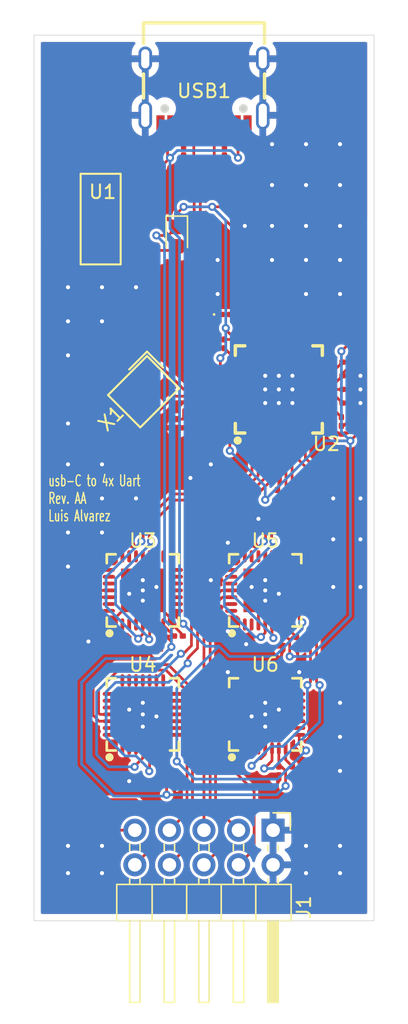
<source format=kicad_pcb>
(kicad_pcb (version 20240108) (generator "pcbnew") (generator_version "8.0")
  (layers (0 "F.Cu" signal) (31 "B.Cu" signal) (34 "B.Paste" user) (35 "F.Paste" user) (36 "B.SilkS" user "B.Silkscreen") (37 "F.SilkS" user "F.Silkscreen") (38 "B.Mask" user) (39 "F.Mask" user) (44 "Edge.Cuts" user))
  (net 0 "")
  (net 1 "GND")
  (net 2 "+3.3V")
  (net 3 "Net-(USB1-CC1)")
  (net 4 "Net-(USB1-CC2)")
  (net 5 "+5V")
  (net 6 "Net-(U2-CRFILT)")
  (net 7 "TX1")
  (net 9 "TX4")
  (net 10 "Net-(C6-Pad1)")
  (net 11 "Net-(C7-Pad1)")
  (net 12 "Net-(U2-PLLFILT)")
  (net 13 "Net-(D1-A)")
  (net 14 "SUSP_IND")
  (net 15 "RX4")
  (net 16 "TX2")
  (net 18 "Net-(U2-OCS_N1)")
  (net 20 "Net-(U2-OCS_N2)")
  (net 21 "Net-(U2-HS_IND{slash}CFG_SEL1)")
  (net 22 "Net-(U2-SCL{slash}SMBCLK{slash}CFG_SEL0)")
  (net 23 "RX3")
  (net 24 "Net-(U2-SDA{slash}SMBDATA{slash}NON_REM1)")
  (net 25 "Net-(U2-RESET_N)")
  (net 26 "Net-(U2-OCS_N4)")
  (net 28 "Net-(U2-OCS_N3)")
  (net 29 "XTAL_OUT")
  (net 30 "XTAL_IN")
  (net 31 "RX1")
  (net 32 "RX2")
  (net 33 "TX3")
  (net 34 "Net-(U2-RBIAS)")
  (net 35 "D1-")
  (net 36 "D4-")
  (net 44 "D1+")
  (net 48 "D2+")
  (net 52 "D3-")
  (net 60 "D2-")
  (net 70 "D4+")
  (net 75 "D3+")
  (net 125 "USB_IN+")
  (net 126 "USB_IN-")
  (footprint "Capacitor_SMD:C_0201_0603Metric" (layer "F.Cu") (at 31.5 47 -90)
    (property "Reference" "C8" (hide yes))
    (property "Value" "100nF")
  )
  (footprint "Resistor_SMD:R_0201_0603Metric" (layer "F.Cu") (at 31 27 -90)
    (property "Reference" "R2" (hide yes))
    (property "Value" "5.1k")
  )
  (footprint "Capacitor_SMD:C_0201_0603Metric" (layer "F.Cu") (at 43 45.5)
    (property "Reference" "C4" (hide yes))
    (property "Value" "100nF")
  )
  (footprint "Capacitor_SMD:C_0201_0603Metric" (layer "F.Cu") (at 29.3 63.2 -90)
    (property "Reference" "C19" (hide yes))
    (property "Value" "100nF")
  )
  (footprint "Capacitor_SMD:C_0201_0603Metric" (layer "F.Cu") (at 29.2 73 -90)
    (property "Reference" "C21" (hide yes))
    (property "Value" "100nF")
  )
  (footprint "Resistor_SMD:R_0201_0603Metric" (layer "F.Cu") (at 42.6 46.855 90)
    (property "Reference" "R4" (hide yes))
    (property "Value" "10k")
  )
  (footprint "LED_SMD:LED_0201_0603Metric" (layer "F.Cu") (at 34.1 39)
    (property "Reference" "D1" (hide yes))
    (property "Value" "LED")
  )
  (footprint "Resistor_SMD:R_0201_0603Metric" (layer "F.Cu") (at 36.5 37.655 90)
    (property "Reference" "R12" (hide yes))
    (property "Value" "100k")
  )
  (footprint "Resistor_SMD:R_0201_0603Metric" (layer "F.Cu") (at 34 27 -90)
    (property "Reference" "R1" (hide yes))
    (property "Value" "5.1k")
  )
  (footprint "JLCLibrary:USB2514-VQFN-36_L6.0-W6.0-P0.50-BL-EP" (layer "F.Cu") (at 38 44.5)
    (property "Reference" "U2")
    (property "Value" "~")
  )
  (footprint "Resistor_SMD:R_0201_0603Metric" (layer "F.Cu") (at 38.5 37.655 90)
    (property "Reference" "R9" (hide yes))
    (property "Value" "100k")
  )
  (footprint "Resistor_SMD:R_0201_0603Metric" (layer "F.Cu") (at 39.2 39.5 90)
    (property "Reference" "R13" (hide yes))
    (property "Value" "10k")
  )
  (footprint "Capacitor_SMD:C_0201_0603Metric" (layer "F.Cu") (at 35.5 37.655 -90)
    (property "Reference" "C10" (hide yes))
    (property "Value" "1uF")
  )
  (footprint "JLCLibrary:CP2102-WQFN-28_L5.0-W5.0-P0.50-BL-EP3.2" (layer "F.Cu") (at 37 68.349999)
    (property "Reference" "U6")
    (property "Value" "~")
  )
  (footprint "Capacitor_SMD:C_0201_0603Metric" (layer "F.Cu") (at 33.32 43 180)
    (property "Reference" "C14" (hide yes))
    (property "Value" "100nF")
  )
  (footprint "JLCLibrary:USB-C-SMD_TYPE-C16PIN" (layer "F.Cu") (at 32.5 22.5947 180)
    (property "Reference" "USB1")
    (property "Value" "~")
    (fp_poly (pts (xy 3.215 -1.288) (xy 3.1954 -1.399157) (xy 3.138964 -1.496906) (xy 3.0525 -1.569458) (xy 2.946436 -1.608063) (xy 2.833564 -1.608063) (xy 2.7275 -1.569458) (xy 2.641036 -1.496906) (xy 2.5846 -1.399157) (xy 2.565 -1.288) (xy 2.5846 -1.176843) (xy 2.641036 -1.079094) (xy 2.7275 -1.006542) (xy 2.833564 -0.967937) (xy 2.946436 -0.967937) (xy 3.0525 -1.006542) (xy 3.138964 -1.079094) (xy 3.1954 -1.176843)) (fill solid) (layer "Edge.Cuts"))
    (fp_poly (pts (xy -2.565 -1.288) (xy -2.5846 -1.399157) (xy -2.641036 -1.496906) (xy -2.7275 -1.569458) (xy -2.833564 -1.608063) (xy -2.946436 -1.608063) (xy -3.0525 -1.569458) (xy -3.138964 -1.496906) (xy -3.1954 -1.399157) (xy -3.215 -1.288) (xy -3.1954 -1.176843) (xy -3.138964 -1.079094) (xy -3.0525 -1.006542) (xy -2.946436 -0.967937) (xy -2.833564 -0.967937) (xy -2.7275 -1.006542) (xy -2.641036 -1.079094) (xy -2.5846 -1.176843)) (fill solid) (layer "Edge.Cuts"))
  )
  (footprint "Capacitor_SMD:C_0201_0603Metric" (layer "F.Cu") (at 30.62 62.6)
    (property "Reference" "C18" (hide yes))
    (property "Value" "100nF")
  )
  (footprint "JLCLibrary:CP2102-WQFN-28_L5.0-W5.0-P0.50-BL-EP3.2" (layer "F.Cu") (at 28 68.349999)
    (property "Reference" "U4")
    (property "Value" "~")
  )
  (footprint "Capacitor_SMD:C_0201_0603Metric" (layer "F.Cu") (at 33.5 47 -90)
    (property "Reference" "C15" (hide yes))
    (property "Value" "100nF")
  )
  (footprint "Connector_PinHeader_2.54mm:PinHeader_2x05_P2.54mm_Horizontal" (layer "F.Cu") (at 37.575 76.85 -90)
    (property "Reference" "J1")
    (property "Value" "Conn_02x05_Odd_Even")
  )
  (footprint "Capacitor_SMD:C_0201_0603Metric" (layer "F.Cu") (at 38 72.5 -90)
    (property "Reference" "C25" (hide yes))
    (property "Value" "100nF")
  )
  (footprint "Capacitor_SMD:C_0201_0603Metric" (layer "F.Cu") (at 30.25 73 -90)
    (property "Reference" "C20" (hide yes))
    (property "Value" "100nF")
  )
  (footprint "Capacitor_SMD:C_0201_0603Metric" (layer "F.Cu") (at 27.996776 48.621142)
    (property "Reference" "C6" (hide yes))
    (property "Value" "12pF")
  )
  (footprint "JLCLibrary:CP2102-WQFN-28_L5.0-W5.0-P0.50-BL-EP3.2" (layer "F.Cu") (at 37.000003 59.249999)
    (property "Reference" "U5")
    (property "Value" "~")
  )
  (footprint "Capacitor_SMD:C_0201_0603Metric" (layer "F.Cu") (at 38.3 63 -90)
    (property "Reference" "C23" (hide yes))
    (property "Value" "100nF")
  )
  (footprint "Capacitor_SMD:C_0201_0603Metric" (layer "F.Cu") (at 36 39.5 90)
    (property "Reference" "C11" (hide yes))
    (property "Value" "100nF")
  )
  (footprint "Resistor_SMD:R_0201_0603Metric" (layer "F.Cu") (at 37 39.5 90)
    (property "Reference" "R7" (hide yes))
    (property "Value" "100k")
  )
  (footprint "Resistor_SMD:R_0201_0603Metric" (layer "F.Cu") (at 23.5 44.655 -90)
    (property "Reference" "R6" (hide yes))
    (property "Value" "1M")
  )
  (footprint "Resistor_SMD:R_0201_0603Metric" (layer "F.Cu") (at 34 41.155 -90)
    (property "Reference" "R10" (hide yes))
    (property "Value" "12k")
  )
  (footprint "Capacitor_SMD:C_0201_0603Metric" (layer "F.Cu") (at 43 44.5)
    (property "Reference" "C5" (hide yes))
    (property "Value" "1uF")
  )
  (footprint "Capacitor_SMD:C_0201_0603Metric" (layer "F.Cu") (at 39.3 63 -90)
    (property "Reference" "C22" (hide yes))
    (property "Value" "100nF")
  )
  (footprint "JLCLibrary:CP2102-WQFN-28_L5.0-W5.0-P0.50-BL-EP3.2" (layer "F.Cu") (at 28.000503 59.249999)
    (property "Reference" "U3")
    (property "Value" "~")
  )
  (footprint "Capacitor_SMD:C_0201_0603Metric" (layer "F.Cu") (at 30.5 47 -90)
    (property "Reference" "C9" (hide yes))
    (property "Value" "1uF")
  )
  (footprint "Capacitor_Tantalum_SMD:CP_EIA-1608-08_AVX-J" (layer "F.Cu") (at 30.5 33.2875 -90)
    (property "Reference" "C3" (hide yes))
    (property "Value" "22uF")
  )
  (footprint "Capacitor_SMD:C_0201_0603Metric" (layer "F.Cu") (at 29.5 26.5 180)
    (property "Reference" "C2" (hide yes))
    (property "Value" "100nF")
  )
  (footprint "Capacitor_SMD:C_0201_0603Metric" (layer "F.Cu") (at 37.5 37.68 90)
    (property "Reference" "C13" (hide yes))
    (property "Value" "100nF")
  )
  (footprint "Capacitor_SMD:C_0201_0603Metric" (layer "F.Cu") (at 43.6 46.855 -90)
    (property "Reference" "C17" (hide yes))
    (property "Value" "100nF")
  )
  (footprint "Resistor_SMD:R_0201_0603Metric" (layer "F.Cu") (at 40.2 39.505 90)
    (property "Reference" "R14" (hide yes))
    (property "Value" "10k")
  )
  (footprint "JLCLibrary:YXC_24MHz_CRYSTAL" (layer "F.Cu") (at 28.176776 44.621142 -90)
    (property "Reference" "X1")
    (property "Value" "24MHz")
  )
  (footprint "Capacitor_SMD:C_0201_0603Metric" (layer "F.Cu") (at 35.32 26.5)
    (property "Reference" "C1" (hide yes))
    (property "Value" "100nF")
  )
  (footprint "Capacitor_SMD:C_0201_0603Metric" (layer "F.Cu") (at 43 43.5)
    (property "Reference" "C12" (hide yes))
    (property "Value" "100nF")
  )
  (footprint "Capacitor_SMD:C_0201_0603Metric" (layer "F.Cu") (at 27.996776 40.621142 180)
    (property "Reference" "C7" (hide yes))
    (property "Value" "12pF")
  )
  (footprint "Resistor_SMD:R_0201_0603Metric" (layer "F.Cu") (at 35 40.5 90)
    (property "Reference" "R11" (hide yes))
    (property "Value" "12k")
  )
  (footprint "Capacitor_SMD:C_0201_0603Metric" (layer "F.Cu") (at 39 72.5 -90)
    (property "Reference" "C24" (hide yes))
    (property "Value" "100nF")
  )
  (footprint "Capacitor_SMD:C_0201_0603Metric" (layer "F.Cu") (at 37.9 52.2 -90)
    (property "Reference" "C16" (hide yes))
    (property "Value" "100nF")
  )
  (footprint "Resistor_SMD:R_0201_0603Metric" (layer "F.Cu") (at 43 42.5 180)
    (property "Reference" "R5" (hide yes))
    (property "Value" "10k")
  )
  (footprint "Resistor_SMD:R_0201_0603Metric" (layer "F.Cu") (at 37.8 39.5 90)
    (property "Reference" "R8" (hide yes))
    (property "Value" "100k")
  )
  (footprint "Resistor_SMD:R_0201_0603Metric" (layer "F.Cu") (at 32.5 47 -90)
    (property "Reference" "R3" (hide yes))
    (property "Value" "12k")
  )
  (footprint "JLCLibrary:AMS1117" (layer "F.Cu") (at 25 32)
    (property "Reference" "U1")
    (property "Value" "~")
  )
  (gr_rect (start 20 18.5) (end 45 83.5) (stroke (width 0.05)) (fill none) (layer "Edge.Cuts"))
  (gr_text "usb-C to 4x Uart\nRev. AA\nLuis Alvarez" (at 21 54.25 0) (layer "F.SilkS") (effects (font (size 0.8 0.5) (thickness 0.1)) (justify left bottom)))
  (segment (start 35.7 26.44) (end 35.64 26.5) (width 0.2) (layer "F.Cu") (net 1))
  (segment (start 35.248529 28.1) (end 34.550001 28.1) (width 0.2) (layer "F.Cu") (net 1))
  (segment (start 34 27.549999) (end 34 27.32) (width 0.2) (layer "F.Cu") (net 1))
  (segment (start 30.2 34.3) (end 30.5 34) (width 0.2) (layer "F.Cu") (net 1))
  (segment (start 38.251471 74.2) (end 38.748529 74.2) (width 0.2) (layer "F.Cu") (net 1))
  (segment (start 26.42 30.55) (end 26.4 30.53) (width 0.2) (layer "F.Cu") (net 1))
  (segment (start 38.748529 74.2) (end 39.1 73.848529) (width 0.2) (layer "F.Cu") (net 1))
  (segment (start 35.5 32.5) (end 36 33) (width 0.2) (layer "F.Cu") (net 1))
  (segment (start 33 38) (end 33 43) (width 0.2) (layer "F.Cu") (net 1))
  (segment (start 31 29.07) (end 29.52 30.55) (width 0.2) (layer "F.Cu") (net 1))
  (segment (start 37.000003 59.249999) (end 36.499503 59.750499) (width 0.2) (layer "F.Cu") (net 1))
  (segment (start 29.18 25.0772) (end 29.3 24.9572) (width 0.2) (layer "F.Cu") (net 1))
  (segment (start 34.550001 28.1) (end 34 27.549999) (width 0.2) (layer "F.Cu") (net 1))
  (segment (start 27.4995 68.850499) (end 28 68.349999) (width 0.2) (layer "F.Cu") (net 1))
  (segment (start 41.504254 46) (end 40.972 46) (width 0.2) (layer "F.Cu") (net 1))
  (segment (start 29.3 63.52) (end 27.33675 63.52) (width 0.2) (layer "F.Cu") (net 1))
  (segment (start 36.4995 70.849999) (end 36.4995 68.850499) (width 0.2) (layer "F.Cu") (net 1))
  (segment (start 39.5 46) (end 38 44.5) (width 0.2) (layer "F.Cu") (net 1))
  (segment (start 42.331544 47.705) (end 41.822 47.195456) (width 0.2) (layer "F.Cu") (net 1))
  (segment (start 30.35 74.498529) (end 29.998529 74.85) (width 0.2) (layer "F.Cu") (net 1))
  (segment (start 43.07 47.705) (end 42.331544 47.705) (width 0.2) (layer "F.Cu") (net 1))
  (segment (start 40.972 46) (end 39.5 46) (width 0.2) (layer "F.Cu") (net 1))
  (segment (start 27 73.25) (end 27.07 73.32) (width 0.2) (layer "F.Cu") (net 1))
  (segment (start 29.52 30.55) (end 26.42 30.55) (width 0.2) (layer "F.Cu") (net 1))
  (segment (start 39.1 72.92) (end 39 72.82) (width 0.2) (layer "F.Cu") (net 1))
  (segment (start 37.8 39.18) (end 37 39.18) (width 0.2) (layer "F.Cu") (net 1))
  (segment (start 29.15 73.37) (end 29.2 73.32) (width 0.2) (layer "F.Cu") (net 1))
  (segment (start 30.119999 61.369495) (end 28.000503 59.249999) (width 0.2) (layer "F.Cu") (net 1))
  (segment (start 35.7 24.9572) (end 35.7 26.44) (width 0.2) (layer "F.Cu") (net 1))
  (segment (start 27.4995 70.849999) (end 27.4995 68.850499) (width 0.2) (layer "F.Cu") (net 1))
  (segment (start 26.4 28.87) (end 28.77 26.5) (width 0.2) (layer "F.Cu") (net 1))
  (segment (start 30.25 73.32) (end 30.35 73.42) (width 0.2) (layer "F.Cu") (net 1))
  (segment (start 27.97 34.3) (end 30.2 34.3) (width 0.2) (layer "F.Cu") (net 1))
  (segment (start 30.35 73.42) (end 30.35 74.498529) (width 0.2) (layer "F.Cu") (net 1))
  (segment (start 39.4 64.348529) (end 39.048529 64.7) (width 0.2) (layer "F.Cu") (net 1))
  (segment (start 30.82 62.6) (end 30.82 62.400001) (width 0.2) (layer "F.Cu") (net 1))
  (segment (start 41.822 46.317746) (end 41.504254 46) (width 0.2) (layer "F.Cu") (net 1))
  (segment (start 35.5 37.975) (end 35.5 38.68) (width 0.2) (layer "F.Cu") (net 1))
  (segment (start 33.5 37.5) (end 33 38) (width 0.2) (layer "F.Cu") (net 1))
  (segment (start 29.501471 74.85) (end 29.15 74.498529) (width 0.2) (layer "F.Cu") (net 1))
  (segment (start 36.499503 59.750499) (end 36.499503 61.749999) (width 0.2) (layer "F.Cu") (net 1))
  (segment (start 37.9 73.848529) (end 38.251471 74.2) (width 0.2) (layer "F.Cu") (net 1))
  (segment (start 29.15 74.498529) (end 29.15 73.37) (width 0.2) (layer "F.Cu") (net 1))
  (segment (start 37.5 35) (end 37.5 37.36) (width 0.2) (layer "F.Cu") (net 1))
  (segment (start 44 44.5) (end 43.32 44.5) (width 0.2) (layer "F.Cu") (net 1))
  (segment (start 37.9 52.52) (end 37.9 52.6) (width 0.2) (layer "F.Cu") (net 1))
  (segment (start 27.500003 59.750499) (end 28.000503 59.249999) (width 0.2) (layer "F.Cu") (net 1))
  (segment (start 37.9 52.6) (end 36.5 54) (width 0.2) (layer "F.Cu") (net 1))
  (segment (start 35.699999 37.975) (end 35.5 37.975) (width 0.2) (layer "F.Cu") (net 1))
  (segment (start 36 37.674999) (end 35.699999 37.975) (width 0.2) (layer "F.Cu") (net 1))
  (segment (start 37.300001 37.36) (end 37.5 37.36) (width 0.2) (layer "F.Cu") (net 1))
  (segment (start 38.2 64.348529) (end 38.2 63.42) (width 0.2) (layer "F.Cu") (net 1))
  (segment (start 39.1 73.848529) (end 39.1 72.92) (width 0.2) (layer "F.Cu") (net 1))
  (segment (start 43.32 43.5) (end 43.32 44.5) (width 0.2) (layer "F.Cu") (net 1))
  (segment (start 29.18 26.5) (end 29.18 25.0772) (width 0.2) (layer "F.Cu") (net 1))
  (segment (start 36.4995 68.850499) (end 37 68.349999) (width 0.2) (layer "F.Cu") (net 1))
  (segment (start 27.33675 63.52) (end 26.059003 62.242253) (width 0.2) (layer "F.Cu") (net 1))
  (segment (start 37 37.660001) (end 37.300001 37.36) (width 0.2) (layer "F.Cu") (net 1))
  (segment (start 30.82 62.400001) (end 30.119999 61.7) (width 0.2) (layer "F.Cu") (net 1))
  (segment (start 39.4 63.42) (end 39.4 64.348529) (width 0.2) (layer "F.Cu") (net 1))
  (segment (start 26.059003 61.191499) (end 28.000503 59.249999) (width 0.2) (layer "F.Cu") (net 1))
  (segment (start 35.5 38.68) (end 36 39.18) (width 0.2) (layer "F.Cu") (net 1))
  (segment (start 35.64 27.708529) (end 35.248529 28.1) (width 0.2) (layer "F.Cu") (net 1))
  (segment (start 38.551471 64.7) (end 38.2 64.348529) (width 0.2) (layer "F.Cu") (net 1))
  (segment (start 28.77 26.5) (end 29.18 26.5) (width 0.2) (layer "F.Cu") (net 1))
  (segment (start 38 72.82) (end 37.9 72.92) (width 0.2) (layer "F.Cu") (net 1))
  (segment (start 41.822 47.195456) (end 41.822 46.317746) (width 0.2) (layer "F.Cu") (net 1))
  (segment (start 43.6 47.175) (end 43.07 47.705) (width 0.2) (layer "F.Cu") (net 1))
  (segment (start 43.32 44.5) (end 43.32 45.5) (width 0.2) (layer "F.Cu") (net 1))
  (segment (start 44 45.5) (end 43.32 45.5) (width 0.2) (layer "F.Cu") (net 1))
  (segment (start 27.07 73.32) (end 29.2 73.32) (width 0.2) (layer "F.Cu") (net 1))
  (segment (start 27.500003 61.749999) (end 27.500003 59.750499) (width 0.2) (layer "F.Cu") (net 1))
  (segment (start 31 27.32) (end 31 29.07) (width 0.2) (layer "F.Cu") (net 1))
  (segment (start 37 39.18) (end 37 37.660001) (width 0.2) (layer "F.Cu") (net 1))
  (segment (start 26.4 30.53) (end 26.4 28.87) (width 0.2) (layer "F.Cu") (net 1))
  (segment (start 26.059003 62.242253) (end 26.059003 61.191499) (width 0.2) (layer "F.Cu") (net 1))
  (segment (start 37.9 72.92) (end 37.9 73.848529) (width 0.2) (layer "F.Cu") (net 1))
  (segment (start 30.119999 61.7) (end 30.119999 61.369495) (width 0.2) (layer "F.Cu") (net 1))
  (segment (start 36 33) (end 36 37.674999) (width 0.2) (layer "F.Cu") (net 1))
  (segment (start 29.998529 74.85) (end 29.501471 74.85) (width 0.2) (layer "F.Cu") (net 1))
  (segment (start 39.3 63.32) (end 39.4 63.42) (width 0.2) (layer "F.Cu") (net 1))
  (segment (start 38.2 63.42) (end 38.3 63.32) (width 0.2) (layer "F.Cu") (net 1))
  (segment (start 43.32 43.5) (end 44 43.5) (width 0.2) (layer "F.Cu") (net 1))
  (segment (start 35.64 26.5) (end 35.64 27.708529) (width 0.2) (layer "F.Cu") (net 1))
  (segment (start 39.048529 64.7) (end 38.551471 64.7) (width 0.2) (layer "F.Cu") (net 1))
  (via (at 33 58.5) (size 0.6) (drill 0.3) (layers "F.Cu" "B.Cu") (net 1))
  (via (at 22.5 39.5) (size 0.6) (drill 0.3) (layers "F.Cu" "B.Cu") (net 1))
  (via (at 27.5 52.5) (size 0.6) (drill 0.3) (layers "F.Cu" "B.Cu") (net 1))
  (via (at 42.5 37.5) (size 0.6) (drill 0.3) (layers "F.Cu" "B.Cu") (net 1))
  (via (at 35.6 63.2) (size 0.6) (drill 0.3) (layers "F.Cu" "B.Cu") (net 1))
  (via (at 40 32.5) (size 0.6) (drill 0.3) (layers "F.Cu" "B.Cu") (net 1))
  (via (at 25 50) (size 0.6) (drill 0.3) (layers "F.Cu" "B.Cu") (net 1))
  (via (at 36.5 54) (size 0.6) (drill 0.3) (layers "F.Cu" "B.Cu") (net 1))
  (via (at 37 67.5) (size 0.6) (drill 0.3) (layers "F.Cu" "B.Cu") (net 1))
  (via (at 44 44.5) (size 0.6) (drill 0.3) (layers "F.Cu" "B.Cu") (net 1))
  (via (at 33.5 37.5) (size 0.6) (drill 0.3) (layers "F.Cu" "B.Cu") (net 1))
  (via (at 37.5 35) (size 0.6) (drill 0.3) (layers "F.Cu" "B.Cu") (net 1))
  (via (at 42.5 72.5) (size 0.6) (drill 0.3) (layers "F.Cu" "B.Cu") (net 1))
  (via (at 37 43.5) (size 0.6) (drill 0.3) (layers "F.Cu" "B.Cu") (net 1))
  (via (at 25 78) (size 0.6) (drill 0.3) (layers "F.Cu" "B.Cu") (net 1))
  (via (at 44 43.5) (size 0.6) (drill 0.3) (layers "F.Cu" "B.Cu") (net 1))
  (via (at 22.5 47) (size 0.6) (drill 0.3) (layers "F.Cu" "B.Cu") (net 1))
  (via (at 40 35) (size 0.6) (drill 0.3) (layers "F.Cu" "B.Cu") (net 1))
  (via (at 28 68.349999) (size 0.6) (drill 0.3) (layers "F.Cu" "B.Cu") (net 1))
  (via (at 42.5 26.5) (size 0.6) (drill 0.3) (layers "F.Cu" "B.Cu") (net 1))
  (via (at 28.000503 59.249999) (size 0.6) (drill 0.3) (layers "F.Cu" "B.Cu") (net 1))
  (via (at 39 44.5) (size 0.6) (drill 0.3) (layers "F.Cu" "B.Cu") (net 1))
  (via (at 22.5 55) (size 0.6) (drill 0.3) (layers "F.Cu" "B.Cu") (net 1))
  (via (at 25 37) (size 0.6) (drill 0.3) (layers "F.Cu" "B.Cu") (net 1))
  (via (at 28 60) (size 0.6) (drill 0.3) (layers "F.Cu" "B.Cu") (net 1))
  (via (at 37 58.5) (size 0.6) (drill 0.3) (layers "F.Cu" "B.Cu") (net 1))
  (via (at 38 59.5) (size 0.6) (drill 0.3) (layers "F.Cu" "B.Cu") (net 1))
  (via (at 27.5 37) (size 0.6) (drill 0.3) (layers "F.Cu" "B.Cu") (net 1))
  (via (at 28 69.25) (size 0.6) (drill 0.3) (layers "F.Cu" "B.Cu") (net 1))
  (via (at 36 68.5) (size 0.6) (drill 0.3) (layers "F.Cu" "B.Cu") (net 1))
  (via (at 40 78) (size 0.6) (drill 0.3) (layers "F.Cu" "B.Cu") (net 1))
  (via (at 29 59) (size 0.6) (drill 0.3) (layers "F.Cu" "B.Cu") (net 1))
  (via (at 22.5 37) (size 0.6) (drill 0.3) (layers "F.Cu" "B.Cu") (net 1))
  (via (at 25 55) (size 0.6) (drill 0.3) (layers "F.Cu" "B.Cu") (net 1))
  (via (at 42.5 29.5) (size 0.6) (drill 0.3) (layers "F.Cu" "B.Cu") (net 1))
  (via (at 27 73.25) (size 0.6) (drill 0.3) (layers "F.Cu" "B.Cu") (net 1))
  (via (at 22.5 42) (size 0.6) (drill 0.3) (layers "F.Cu" "B.Cu") (net 1))
  (via (at 37 60) (size 0.6) (drill 0.3) (layers "F.Cu" "B.Cu") (net 1))
  (via (at 44 59) (size 0.6) (drill 0.3) (layers "F.Cu" "B.Cu") (net 1))
  (via (at 42.5 80) (size 0.6) (drill 0.3) (layers "F.Cu" "B.Cu") (net 1))
  (via (at 37 69.25) (size 0.6) (drill 0.3) (layers "F.Cu" "B.Cu") (net 1))
  (via (at 37.5 29.5) (size 0.6) (drill 0.3) (layers "F.Cu" "B.Cu") (net 1))
  (via (at 22.5 57.5) (size 0.6) (drill 0.3) (layers "F.Cu" "B.Cu") (net 1))
  (via (at 25 80) (size 0.6) (drill 0.3) (layers "F.Cu" "B.Cu") (net 1))
  (via (at 28 67.5) (size 0.6) (drill 0.3) (layers "F.Cu" "B.Cu") (net 1))
  (via (at 35.5 32.5) (size 0.6) (drill 0.3) (layers "F.Cu" "B.Cu") (net 1))
  (via (at 42.5 67.5) (size 0.6) (drill 0.3) (layers "F.Cu" "B.Cu") (net 1))
  (via (at 42.5 70) (size 0.6) (drill 0.3) (layers "F.Cu" "B.Cu") (net 1))
  (via (at 42.5 35) (size 0.6) (drill 0.3) (layers "F.Cu" "B.Cu") (net 1))
  (via (at 33 50) (size 0.6) (drill 0.3) (layers "F.Cu" "B.Cu") (net 1))
  (via (at 38 68) (size 0.6) (drill 0.3) (layers "F.Cu" "B.Cu") (net 1))
  (via (at 40 37.5) (size 0.6) (drill 0.3) (layers "F.Cu" "B.Cu") (net 1))
  (via (at 37 44.5) (size 0.6) (drill 0.3) (layers "F.Cu" "B.Cu") (net 1))
  (via (at 28 58.5) (size 0.6) (drill 0.3) (layers "F.Cu" "B.Cu") (net 1))
  (via (at 25 39.5) (size 0.6) (drill 0.3) (layers "F.Cu" "B.Cu") (net 1))
  (via (at 34.25 65.25) (size 0.6) (drill 0.3) (layers "F.Cu" "B.Cu") (net 1))
  (via (at 27 68) (size 0.6) (drill 0.3) (layers "F.Cu" "B.Cu") (net 1))
  (via (at 42.5 32.5) (size 0.6) (drill 0.3) (layers "F.Cu" "B.Cu") (net 1))
  (via (at 38 44.5) (size 0.6) (drill 0.3) (layers "F.Cu" "B.Cu") (net 1))
  (via (at 37 45.5) (size 0.6) (drill 0.3) (layers "F.Cu" "B.Cu") (net 1))
  (via (at 22.5 78) (size 0.6) (drill 0.3) (layers "F.Cu" "B.Cu") (net 1))
  (via (at 37.5 26.5) (size 0.6) (drill 0.3) (layers "F.Cu" "B.Cu") (net 1))
  (via (at 44 45.5) (size 0.6) (drill 0.3) (layers "F.Cu" "B.Cu") (net 1))
  (via (at 33.5 35) (size 0.6) (drill 0.3) (layers "F.Cu" "B.Cu") (net 1))
  (via (at 42 52.5) (size 0.6) (drill 0.3) (layers "F.Cu" "B.Cu") (net 1))
  (via (at 40 29.5) (size 0.6) (drill 0.3) (layers "F.Cu" "B.Cu") (net 1))
  (via (at 39 45.5) (size 0.6) (drill 0.3) (layers "F.Cu" "B.Cu") (net 1))
  (via (at 39 43.5) (size 0.6) (drill 0.3) (layers "F.Cu" "B.Cu") (net 1))
  (via (at 29 68.5) (size 0.6) (drill 0.3) (layers "F.Cu" "B.Cu") (net 1))
  (via (at 34.25 55.75) (size 0.6) (drill 0.3) (layers "F.Cu" "B.Cu") (net 1))
  (via (at 37.000003 59.249999) (size 0.6) (drill 0.3) (layers "F.Cu" "B.Cu") (net 1))
  (via (at 40 26.5) (size 0.6) (drill 0.3) (layers "F.Cu" "B.Cu") (net 1))
  (via (at 37.5 32.5) (size 0.6) (drill 0.3) (layers "F.Cu" "B.Cu") (net 1))
  (via (at 40 80) (size 0.6) (drill 0.3) (layers "F.Cu" "B.Cu") (net 1))
  (via (at 24 63) (size 0.6) (drill 0.3) (layers "F.Cu" "B.Cu") (net 1))
  (via (at 39.5 65.25) (size 0.6) (drill 0.3) (layers "F.Cu" "B.Cu") (net 1))
  (via (at 22.5 80) (size 0.6) (drill 0.3) (layers "F.Cu" "B.Cu") (net 1))
  (via (at 31.5 51) (size 0.6) (drill 0.3) (layers "F.Cu" "B.Cu") (net 1))
  (via (at 42.5 78) (size 0.6) (drill 0.3) (layers "F.Cu" "B.Cu") (net 1))
  (via (at 42 55.5) (size 0.6) (drill 0.3) (layers "F.Cu" "B.Cu") (net 1))
  (via (at 34.25 62.25) (size 0.6) (drill 0.3) (layers "F.Cu" "B.Cu") (net 1))
  (via (at 38 43.5) (size 0.6) (drill 0.3) (layers "F.Cu" "B.Cu") (net 1))
  (via (at 36 59) (size 0.6) (drill 0.3) (layers "F.Cu" "B.Cu") (net 1))
  (via (at 42 59) (size 0.6) (drill 0.3) (layers "F.Cu" "B.Cu") (net 1))
  (via (at 25 52.5) (size 0.6) (drill 0.3) (layers "F.Cu" "B.Cu") (net 1))
  (via (at 38 45.5) (size 0.6) (drill 0.3) (layers "F.Cu" "B.Cu") (net 1))
  (via (at 22.5 50) (size 0.6) (drill 0.3) (layers "F.Cu" "B.Cu") (net 1))
  (via (at 37 68.349999) (size 0.6) (drill 0.3) (layers "F.Cu" "B.Cu") (net 1))
  (via (at 27 59.5) (size 0.6) (drill 0.3) (layers "F.Cu" "B.Cu") (net 1))
  (via (at 44 52.5) (size 0.6) (drill 0.3) (layers "F.Cu" "B.Cu") (net 1))
  (via (at 44 55.5) (size 0.6) (drill 0.3) (layers "F.Cu" "B.Cu") (net 1))
  (segment (start 33.1 31.1) (end 35.5 33.5) (width 0.2) (layer "F.Cu") (net 2))
  (segment (start 38.5 72.5) (end 38.18 72.18) (width 0.2) (layer "F.Cu") (net 2))
  (segment (start 34.1 40) (end 34.1 40.119999) (width 0.2) (layer "F.Cu") (net 2))
  (segment (start 35.5 34.3) (end 35.5 37.335) (width 0.2) (layer "F.Cu") (net 2))
  (segment (start 37.72 51.88) (end 37.4 52.2) (width 0.2) (layer "F.Cu") (net 2))
  (segment (start 43.5 42.5) (end 44.2 41.8) (width 0.2) (layer "F.Cu") (net 2))
  (segment (start 33.7 42.2) (end 33.7 42.94) (width 0.2) (layer "F.Cu") (net 2))
  (segment (start 43.758456 46.535) (end 43.6 46.535) (width 0.2) (layer "F.Cu") (net 2))
  (segment (start 38 40.418456) (end 38.3 40.118456) (width 0.2) (layer "F.Cu") (net 2))
  (segment (start 36.5 37.335) (end 36.5 31.1) (width 0.2) (layer "F.Cu") (net 2))
  (segment (start 38 41.528) (end 38 40.418456) (width 0.2) (layer "F.Cu") (net 2))
  (segment (start 44.1 47.473456) (end 44.1 46.876544) (width 0.2) (layer "F.Cu") (net 2))
  (segment (start 38.125 51.475) (end 38.125 50.4) (width 0.2) (layer "F.Cu") (net 2))
  (segment (start 40.972 46.911142) (end 42.335589 48.274731) (width 0.2) (layer "F.Cu") (net 2))
  (segment (start 33.5 46.68) (end 33.699999 46.68) (width 0.2) (layer "F.Cu") (net 2))
  (segment (start 29.0005 70.849999) (end 29.0005 71.9995) (width 0.2) (layer "F.Cu") (net 2))
  (segment (start 35.1 39.2) (end 35.72 39.82) (width 0.2) (layer "F.Cu") (net 2))
  (segment (start 44.1 46.876544) (end 43.758456 46.535) (width 0.2) (layer "F.Cu") (net 2))
  (segment (start 44.2 40.2) (end 44.2 41.8) (width 0.2) (layer "F.Cu") (net 2))
  (segment (start 29.0005 71.9995) (end 29 72) (width 0.2) (layer "F.Cu") (net 2))
  (segment (start 38.501003 61.749999) (end 38.501003 62.081003) (width 0.2) (layer "F.Cu") (net 2))
  (segment (start 29.7 62.6) (end 29.58 62.6) (width 0.2) (layer "F.Cu") (net 2))
  (segment (start 38.5 37.335) (end 38.5 31.1) (width 0.2) (layer "F.Cu") (net 2))
  (segment (start 29.82 72.68) (end 29.75 72.75) (width 0.2) (layer "F.Cu") (net 2))
  (segment (start 37.658456 38) (end 38.323456 37.335) (width 0.2) (layer "F.Cu") (net 2))
  (segment (start 35.5 34.335) (end 35.5 34.3) (width 0.2) (layer "F.Cu") (net 2))
  (segment (start 39 72.18) (end 38.82 72.18) (width 0.2) (layer "F.Cu") (net 2))
  (segment (start 39.2 39.18) (end 40.195 39.18) (width 0.2) (layer "F.Cu") (net 2))
  (segment (start 33.68 46.5) (end 33.5 46.68) (width 0.2) (layer "F.Cu") (net 2))
  (segment (start 30.3 62.6) (end 29.7 62.6) (width 0.2) (layer "F.Cu") (net 2))
  (segment (start 35.72 39.82) (end 36 39.82) (width 0.2) (layer "F.Cu") (net 2))
  (segment (start 35 38.273456) (end 35.1 38.373456) (width 0.2) (layer "F.Cu") (net 2))
  (segment (start 29.75 72.75) (end 29.68 72.68) (width 0.2) (layer "F.Cu") (net 2))
  (segment (start 37.4 52.2) (end 38.125 51.475) (width 0.2) (layer "F.Cu") (net 2))
  (segment (start 43.868456 47.705) (end 44.1 47.473456) (width 0.2) (layer "F.Cu") (net 2))
  (segment (start 33.7 42.94) (end 33.64 43) (width 0.2) (layer "F.Cu") (net 2))
  (segment (start 43 31.1) (end 44.2 32.3) (width 0.2) (layer "F.Cu") (net 2))
  (segment (start 29.501 71.931) (end 30.25 72.68) (width 0.2) (layer "F.Cu") (net 2))
  (segment (start 29.2 72.2) (end 29.2 72.68) (width 0.2) (layer "F.Cu") (net 2))
  (segment (start 38.58 62.68) (end 38.3 62.68) (width 0.2) (layer "F.Cu") (net 2))
  (segment (start 35.028 46.5) (end 33.68 46.5) (width 0.2) (layer "F.Cu") (net 2))
  (segment (start 35.1 38.373456) (end 35.1 39.2) (width 0.2) (layer "F.Cu") (net 2))
  (segment (start 35.028 43) (end 33.64 43) (width 0.2) (layer "F.Cu") (net 2))
  (segment (start 38 51.78) (end 38 47.472) (width 0.2) (layer "F.Cu") (net 2))
  (segment (start 42.335589 48.274731) (end 43.258168 48.274731) (width 0.2) (layer "F.Cu") (net 2))
  (segment (start 42.18 44) (end 42.68 43.5) (width 0.2) (layer "F.Cu") (net 2))
  (segment (start 38.82 72.18) (end 38.5 72.5) (width 0.2) (layer "F.Cu") (net 2))
  (segment (start 44.2 42.4) (end 44.2 41.8) (width 0.2) (layer "F.Cu") (net 2))
  (segment (start 43.827899 47.705) (end 43.868456 47.705) (width 0.2) (layer "F.Cu") (net 2))
  (segment (start 35.5 37.335) (end 35.341544 37.335) (width 0.2) (layer "F.Cu") (net 2))
  (segment (start 38.5 31.1) (end 43 31.1) (width 0.2) (layer "F.Cu") (net 2))
  (segment (start 38.699999 37.335) (end 38.5 37.335) (width 0.2) (layer "F.Cu") (net 2))
  (segment (start 43.6 46.535) (end 43.398456 46.535) (width 0.2) (layer "F.Cu") (net 2))
  (segment (start 37.9 51.88) (end 37.72 51.88) (width 0.2) (layer "F.Cu") (net 2))
  (segment (start 29.68 72.68) (end 29.2 72.68) (width 0.2) (layer "F.Cu") (net 2))
  (segment (start 38.0005 72.1795) (end 38 72.18) (width 0.2) (layer "F.Cu") (net 2))
  (segment (start 34.1 40.119999) (end 34.800001 40.82) (width 0.2) (layer "F.Cu") (net 2))
  (segment (start 37.5 38) (end 37.658456 38) (width 0.2) (layer "F.Cu") (net 2))
  (segment (start 39.2 37.835001) (end 38.699999 37.335) (width 0.2) (layer "F.Cu") (net 2))
  (segment (start 29.501 70.849999) (end 29.501 71.931) (width 0.2) (layer "F.Cu") (net 2))
  (segment (start 42.68 43.5) (end 42.68 43.341544) (width 0.2) (layer "F.Cu") (net 2))
  (segment (start 44.1 40.2) (end 44.2 40.2) (width 0.2) (layer "F.Cu") (net 2))
  (segment (start 39.02 62.68) (end 38.8 62.9) (width 0.2) (layer "F.Cu") (net 2))
  (segment (start 29.501503 61.749999) (end 29.501503 61.801503) (width 0.2) (layer "F.Cu") (net 2))
  (segment (start 38.000503 62.199497) (end 38 62.2) (width 0.2) (layer "F.Cu") (net 2))
  (segment (start 30.1 63.4) (end 30.1 63) (width 0.2) (layer "F.Cu") (net 2))
  (segment (start 35.5 33.5) (end 35.5 34.3) (width 0.2) (layer "F.Cu") (net 2))
  (segment (start 40.195 39.18) (end 40.2 39.185) (width 0.2) (layer "F.Cu") (net 2))
  (segment (start 35 37.676544) (end 35 38.273456) (width 0.2) (layer "F.Cu") (net 2))
  (segment (start 38 62.2) (end 38.3 62.5) (width 0.2) (layer "F.Cu") (net 2))
  (segment (start 38.0005 70.849999) (end 38.0005 72.1795) (width 0.2) (layer "F.Cu") (net 2))
  (segment (start 38.8 62.9) (end 38.58 62.68) (width 0.2) (layer "F.Cu") (net 2))
  (segment (start 29 72) (end 29.2 72.2) (width 0.2) (layer "F.Cu") (net 2))
  (segment (start 38.18 72.18) (end 38 72.18) (width 0.2) (layer "F.Cu") (net 2))
  (segment (start 27.97 32) (end 29.925 32) (width 0.3) (layer "F.Cu") (net 2))
  (segment (start 33.699999 46.68) (end 34.4 47.380001) (width 0.2) (layer "F.Cu") (net 2))
  (segment (start 29 33.2) (end 29.875 33.2) (width 0.2) (layer "F.Cu") (net 2))
  (segment (start 38.3 62.5) (end 38.3 62.68) (width 0.2) (layer "F.Cu") (net 2))
  (segment (start 22.03 32) (end 27.97 32) (width 0.3) (layer "F.Cu") (net 2))
  (segment (start 36 39.82) (end 36 41.528) (width 0.2) (layer "F.Cu") (net 2))
  (segment (start 39.2 39.18) (end 39.2 37.835001) (width 0.2) (layer "F.Cu") (net 2))
  (segment (start 38.8 64.1) (end 38.8 62.9) (width 0.2) (layer "F.Cu") (net 2))
  (segment (start 43.32 42.5) (end 43.5 42.5) (width 0.2) (layer "F.Cu") (net 2))
  (segment (start 42.758456 47.175) (end 42.6 47.175) (width 0.2) (layer "F.Cu") (net 2))
  (segment (start 43.6 43) (end 44.2 42.4) (width 0.2) (layer "F.Cu") (net 2))
  (segment (start 38.501 71.681) (end 39 72.18) (width 0.2) (layer "F.Cu") (net 2))
  (segment (start 44.2 32.3) (end 44.2 40.2) (width 0.2) (layer "F.Cu") (net 2))
  (segment (start 29.001003 61.749999) (end 29.001003 62.581003) (width 0.2) (layer "F.Cu") (net 2))
  (segment (start 29.75 74.25) (end 29.75 72.75) (width 0.2) (layer "F.Cu") (net 2))
  (segment (start 38.5 73.6) (end 38.5 72.5) (width 0.2) (layer "F.Cu") (net 2))
  (segment (start 35.341544 37.335) (end 35 37.676544) (width 0.2) (layer "F.Cu") (net 2))
  (segment (start 34 40.835) (end 34.985 40.835) (width 0.2) (layer "F.Cu") (net 2))
  (segment (start 38.501 70.849999) (end 38.501 71.681) (width 0.2) (layer "F.Cu") (net 2))
  (segment (start 38.3 40.118456) (end 38.3 38.8) (width 0.2) (layer "F.Cu") (net 2))
  (segment (start 34.800001 40.82) (end 35 40.82) (width 0.2) (layer "F.Cu") (net 2))
  (segment (start 38.501003 61.881003) (end 39.3 62.68) (width 0.2) (layer "F.Cu") (net 2))
  (segment (start 34.4 47.380001) (end 34.4 49) (width 0.2) (layer "F.Cu") (net 2))
  (segment (start 29.58 62.6) (end 29.3 62.88) (width 0.2) (layer "F.Cu") (net 2))
  (segment (start 43.258168 48.274731) (end 43.827899 47.705) (width 0.2) (layer "F.Cu") (net 2))
  (segment (start 38.323456 37.335) (end 38.5 37.335) (width 0.2) (layer "F.Cu") (net 2))
  (segment (start 30.5 31.6) (end 31 31.1) (width 0.2) (layer "F.Cu") (net 2))
  (segment (start 34.985 40.835) (end 35 40.82) (width 0.2) (layer "F.Cu") (net 2))
  (segment (start 29.925 32) (end 30.5 32.575) (width 0.3) (layer "F.Cu") (net 2))
  (segment (start 33.1 31.1) (end 36.5 31.1) (width 0.2) (layer "F.Cu") (net 2))
  (segment (start 42.68 43.341544) (end 43.021544 43) (width 0.2) (layer "F.Cu") (net 2))
  (segment (start 37.9 51.88) (end 38 51.78) (width 0.2) (layer "F.Cu") (net 2))
  (segment (start 40.972 46.5) (end 40.972 46.911142) (width 0.2) (layer "F.Cu") (net 2))
  (segment (start 38.3 38.8) (end 37.5 38) (width 0.2) (layer "F.Cu") (net 2))
  (segment (start 38.501003 61.749999) (end 38.501003 61.881003) (width 0.2) (layer "F.Cu") (net 2))
  (segment (start 29.001003 62.581003) (end 29.3 62.88) (width 0.2) (layer "F.Cu") (net 2))
  (segment (start 39.3 62.68) (end 39.02 62.68) (width 0.2) (layer "F.Cu") (net 2))
  (segment (start 38.000503 61.749999) (end 38.000503 62.199497) (width 0.2) (layer "F.Cu") (net 2))
  (segment (start 29.501503 61.801503) (end 30.3 62.6) (width 0.2) (layer "F.Cu") (net 2))
  (segment (start 37.4 52.2) (end 37 52.6) (width 0.2) (layer "F.Cu") (net 2))
  (segment (start 30.1 63) (end 29.7 62.6) (width 0.2) (layer "F.Cu") (net 2))
  (segment (start 29.875 33.2) (end 30.5 32.575) (width 0.2) (layer "F.Cu") (net 2))
  (segment (start 43.398456 46.535) (end 42.758456 47.175) (width 0.2) (layer "F.Cu") (net 2))
  (segment (start 40.972 44) (end 42.18 44) (width 0.2) (layer "F.Cu") (net 2))
  (segment (start 43.021544 43) (end 43.6 43) (width 0.2) (layer "F.Cu") (net 2))
  (segment (start 30.25 72.68) (end 29.82 72.68) (width 0.2) (layer "F.Cu") (net 2))
  (segment (start 30.5 32.575) (end 30.5 31.6) (width 0.2) (layer "F.Cu") (net 2))
  (segment (start 36.5 31.1) (end 38.5 31.1) (width 0.2) (layer "F.Cu") (net 2))
  (segment (start 42.6 41.7) (end 44.1 40.2) (width 0.2) (layer "F.Cu") (net 2))
  (via (at 38.5 73.6) (size 0.6) (drill 0.3) (layers "F.Cu" "B.Cu") (net 2))
  (via (at 37 52.6) (size 0.6) (drill 0.3) (layers "F.Cu" "B.Cu") (net 2))
  (via (at 38.8 64.1) (size 0.6) (drill 0.3) (layers "F.Cu" "B.Cu") (net 2))
  (via (at 42.6 41.7) (size 0.6) (drill 0.3) (layers "F.Cu" "B.Cu") (net 2))
  (via (at 43.258168 48.274731) (size 0.6) (drill 0.3) (layers "F.Cu" "B.Cu") (net 2))
  (via (at 31 31.1) (size 0.6) (drill 0.3) (layers "F.Cu" "B.Cu") (net 2))
  (via (at 29.75 74.25) (size 0.6) (drill 0.3) (layers "F.Cu" "B.Cu") (net 2))
  (via (at 30.1 63.4) (size 0.6) (drill 0.3) (layers "F.Cu" "B.Cu") (net 2))
  (via (at 33.1 31.1) (size 0.6) (drill 0.3) (layers "F.Cu" "B.Cu") (net 2))
  (via (at 34.4 49) (size 0.6) (drill 0.3) (layers "F.Cu" "B.Cu") (net 2))
  (via (at 29 33.2) (size 0.6) (drill 0.3) (layers "F.Cu" "B.Cu") (net 2))
  (via (at 33.7 42.2) (size 0.6) (drill 0.3) (layers "F.Cu" "B.Cu") (net 2))
  (via (at 34.1 40) (size 0.6) (drill 0.3) (layers "F.Cu" "B.Cu") (net 2))
  (segment (start 38.8 64.1) (end 40.3 64.1) (width 0.2) (layer "B.Cu") (net 2))
  (segment (start 34.4 49) (end 37 51.6) (width 0.2) (layer "B.Cu") (net 2))
  (segment (start 34.1 40) (end 34.1 32.1) (width 0.2) (layer "B.Cu") (net 2))
  (segment (start 43.258168 48.274731) (end 41.325269 48.274731) (width 0.2) (layer "B.Cu") (net 2))
  (segment (start 43.258168 61.141832) (end 43.258168 48.274731) (width 0.2) (layer "B.Cu") (net 2))
  (segment (start 25.25 64.25) (end 29.25 64.25) (width 0.2) (layer "B.Cu") (net 2))
  (segment (start 23.5 66) (end 25.25 64.25) (width 0.2) (layer "B.Cu") (net 2))
  (segment (start 37.85 74.25) (end 29.75 74.25) (width 0.2) (layer "B.Cu") (net 2))
  (segment (start 29.6 61.425) (end 29.6 33.8) (width 0.2) (layer "B.Cu") (net 2))
  (segment (start 25.85 74.35) (end 23.5 72) (width 0.2) (layer "B.Cu") (net 2))
  (segment (start 30.1 61.925) (end 29.6 61.425) (width 0.2) (layer "B.Cu") (net 2))
  (segment (start 43.258168 48.274731) (end 42.6 47.616563) (width 0.2) (layer "B.Cu") (net 2))
  (segment (start 42.6 47.616563) (end 42.6 41.7) (width 0.2) (layer "B.Cu") (net 2))
  (segment (start 29.75 74.25) (end 29.65 74.35) (width 0.2) (layer "B.Cu") (net 2))
  (segment (start 40.3 64.1) (end 43.258168 61.141832) (width 0.2) (layer "B.Cu") (net 2))
  (segment (start 33.7 42.2) (end 34.1 41.8) (width 0.2) (layer "B.Cu") (net 2))
  (segment (start 34.1 41.8) (end 34.1 40) (width 0.2) (layer "B.Cu") (net 2))
  (segment (start 38.5 73.6) (end 37.85 74.25) (width 0.2) (layer "B.Cu") (net 2))
  (segment (start 30.1 63.4) (end 30.1 61.925) (width 0.2) (layer "B.Cu") (net 2))
  (segment (start 29.25 64.25) (end 30.1 63.4) (width 0.2) (layer "B.Cu") (net 2))
  (segment (start 37 51.6) (end 37 52.6) (width 0.2) (layer "B.Cu") (net 2))
  (segment (start 29.6 33.8) (end 29 33.2) (width 0.2) (layer "B.Cu") (net 2))
  (segment (start 29.65 74.35) (end 25.85 74.35) (width 0.2) (layer "B.Cu") (net 2))
  (segment (start 23.5 72) (end 23.5 66) (width 0.2) (layer "B.Cu") (net 2))
  (segment (start 34.1 32.1) (end 33.1 31.1) (width 0.2) (layer "B.Cu") (net 2))
  (segment (start 31 31.1) (end 33.1 31.1) (width 0.2) (layer "B.Cu") (net 2))
  (segment (start 41.325269 48.274731) (end 37 52.6) (width 0.2) (layer "B.Cu") (net 2))
  (segment (start 33.75 26.43) (end 34 26.68) (width 0.2) (layer "F.Cu") (net 3))
  (segment (start 33.75 24.9572) (end 33.75 26.43) (width 0.2) (layer "F.Cu") (net 3))
  (segment (start 30.75 26.43) (end 30.75 24.9572) (width 0.2) (layer "F.Cu") (net 4))
  (segment (start 31 26.68) (end 30.75 26.43) (width 0.2) (layer "F.Cu") (net 4))
  (segment (start 39.500003 61.375004) (end 39.500003 60.751499) (width 0.2) (layer "F.Cu") (net 5))
  (segment (start 30.975 61.7) (end 30.500503 61.225503) (width 0.2) (layer "F.Cu") (net 5))
  (segment (start 30.5 71.8) (end 30.5 69.851499) (width 0.2) (layer "F.Cu") (net 5))
  (segment (start 29.82 26.5) (end 30.1 26.22) (width 0.3) (layer "F.Cu") (net 5))
  (segment (start 29.82 26.5) (end 29.82 27.32) (width 0.2) (layer "F.Cu") (net 5))
  (segment (start 30.500503 61.225503) (end 30.500503 60.751499) (width 0.2) (layer "F.Cu") (net 5))
  (segment (start 30.1 26.22) (end 30.1 24.9572) (width 0.3) (layer "F.Cu") (net 5))
  (segment (start 29.5 28.17) (end 27.97 29.7) (width 0.2) (layer "F.Cu") (net 5))
  (segment (start 40 71) (end 39.5 70.5) (width 0.2) (layer "F.Cu") (net 5))
  (segment (start 35 25.0572) (end 34.9 24.9572) (width 0.2) (layer "F.Cu") (net 5))
  (segment (start 35 26.5) (end 35 25.0572) (width 0.3) (layer "F.Cu") (net 5))
  (segment (start 39.5 70.5) (end 39.5 69.851499) (width 0.2) (layer "F.Cu") (net 5))
  (segment (start 29.5 28) (end 29.5 28.17) (width 0.2) (layer "F.Cu") (net 5))
  (segment (start 39.724999 61.6) (end 39.500003 61.375004) (width 0.2) (layer "F.Cu") (net 5))
  (segment (start 30 27.5) (end 29.5 28) (width 0.2) (layer "F.Cu") (net 5))
  (segment (start 35 26.5) (end 35 27.5) (width 0.2) (layer "F.Cu") (net 5))
  (segment (start 29.82 27.32) (end 30 27.5) (width 0.2) (layer "F.Cu") (net 5))
  (via (at 40 71) (size 0.6) (drill 0.3) (layers "F.Cu" "B.Cu") (net 5))
  (via (at 30 27.5) (size 0.6) (drill 0.3) (layers "F.Cu" "B.Cu") (net 5))
  (via (at 30.5 71.8) (size 0.6) (drill 0.3) (layers "F.Cu" "B.Cu") (net 5))
  (via (at 39.724999 61.6) (size 0.6) (drill 0.3) (layers "F.Cu" "B.Cu") (net 5))
  (via (at 35 27.5) (size 0.6) (drill 0.3) (layers "F.Cu" "B.Cu") (net 5))
  (via (at 30.975 61.7) (size 0.6) (drill 0.3) (layers "F.Cu" "B.Cu") (net 5))
  (segment (start 30.5 71.8) (end 30.5 66.449999) (width 0.2) (layer "B.Cu") (net 5))
  (segment (start 30 32.7) (end 30.7 33.4) (width 0.2) (layer "B.Cu") (net 5))
  (segment (start 30 27.5) (end 30 32.7) (width 0.2) (layer "B.Cu") (net 5))
  (segment (start 30.7 61.425) (end 30.975 61.7) (width 0.2) (layer "B.Cu") (net 5))
  (segment (start 32.624999 63.349999) (end 33.6 63.349999) (width 0.2) (layer "B.Cu") (net 5))
  (segment (start 34.465 26.965) (end 30.535 26.965) (width 0.2) (layer "B.Cu") (net 5))
  (segment (start 30.5 66.449999) (end 33.6 63.349999) (width 0.2) (layer "B.Cu") (net 5))
  (segment (start 37.9 73.1) (end 31.8 73.1) (width 0.2) (layer "B.Cu") (net 5))
  (segment (start 30.975 61.7) (end 32.624999 63.349999) (width 0.2) (layer "B.Cu") (net 5))
  (segment (start 35 27.5) (end 34.465 26.965) (width 0.2) (layer "B.Cu") (net 5))
  (segment (start 37.7 64.1) (end 34.350001 64.1) (width 0.2) (layer "B.Cu") (net 5))
  (segment (start 39.724999 61.6) (end 39.724999 62.075001) (width 0.2) (layer "B.Cu") (net 5))
  (segment (start 30.535 26.965) (end 30 27.5) (width 0.2) (layer "B.Cu") (net 5))
  (segment (start 31.8 73.1) (end 30.5 71.8) (width 0.2) (layer "B.Cu") (net 5))
  (segment (start 40 71) (end 37.9 73.1) (width 0.2) (layer "B.Cu") (net 5))
  (segment (start 30.7 33.4) (end 30.7 61.425) (width 0.2) (layer "B.Cu") (net 5))
  (segment (start 34.350001 64.1) (end 33.6 63.349999) (width 0.2) (layer "B.Cu") (net 5))
  (segment (start 39.724999 62.075001) (end 37.7 64.1) (width 0.2) (layer "B.Cu") (net 5))
  (segment (start 42.68 45.5) (end 41.68 44.5) (width 0.2) (layer "F.Cu") (net 6))
  (segment (start 41.68 44.5) (end 40.972 44.5) (width 0.2) (layer "F.Cu") (net 6))
  (segment (start 40.972 44.5) (end 42.68 44.5) (width 0.2) (layer "F.Cu") (net 6))
  (segment (start 24.2 74.6) (end 27.5 74.6) (width 0.2) (layer "F.Cu") (net 7))
  (segment (start 28.8 75.9) (end 28.8 78.005) (width 0.2) (layer "F.Cu") (net 7))
  (segment (start 24.850503 59.750499) (end 22.7 61.901002) (width 0.2) (layer "F.Cu") (net 7))
  (segment (start 28.8 78.005) (end 27.415 79.39) (width 0.2) (layer "F.Cu") (net 7))
  (segment (start 22.7 61.901002) (end 22.7 73.1) (width 0.2) (layer "F.Cu") (net 7))
  (segment (start 22.7 73.1) (end 24.2 74.6) (width 0.2) (layer "F.Cu") (net 7))
  (segment (start 25.500503 59.750499) (end 24.850503 59.750499) (width 0.2) (layer "F.Cu") (net 7))
  (segment (start 27.5 74.6) (end 28.8 75.9) (width 0.2) (layer "F.Cu") (net 7))
  (segment (start 34.5 68.850499) (end 34.068246 68.850499) (width 0.2) (layer "F.Cu") (net 9))
  (segment (start 36.185 78.24) (end 35.035 79.39) (width 0.2) (layer "F.Cu") (net 9))
  (segment (start 34.068246 68.850499) (end 33.75 69.168745) (width 0.2) (layer "F.Cu") (net 9))
  (segment (start 33.75 71.55) (end 36.185 73.985) (width 0.2) (layer "F.Cu") (net 9))
  (segment (start 33.75 69.168745) (end 33.75 71.55) (width 0.2) (layer "F.Cu") (net 9))
  (segment (start 36.185 73.985) (end 36.185 78.24) (width 0.2) (layer "F.Cu") (net 9))
  (segment (start 26.554694 45.041142) (end 26.554694 47.49906) (width 0.2) (layer "F.Cu") (net 10))
  (segment (start 26.797918 44.797918) (end 26.554694 45.041142) (width 0.2) (layer "F.Cu") (net 10))
  (segment (start 26.620836 44.975) (end 23.5 44.975) (width 0.2) (layer "F.Cu") (net 10))
  (segment (start 26.797918 44.797918) (end 26.620836 44.975) (width 0.2) (layer "F.Cu") (net 10))
  (segment (start 26.554694 47.49906) (end 27.676776 48.621142) (width 0.2) (layer "F.Cu") (net 10))
  (segment (start 27 42.137917) (end 28.316776 40.821141) (width 0.2) (layer "F.Cu") (net 11))
  (segment (start 23.5 44.335) (end 25.967948 44.335) (width 0.2) (layer "F.Cu") (net 11))
  (segment (start 27 43.302948) (end 27 42.137917) (width 0.2) (layer "F.Cu") (net 11))
  (segment (start 28.316776 40.821141) (end 28.316776 40.621142) (width 0.2) (layer "F.Cu") (net 11))
  (segment (start 28.636393 44.939341) (end 27 43.302948) (width 0.2) (layer "F.Cu") (net 11))
  (segment (start 29.555634 44.444366) (end 29.060659 44.939341) (width 0.2) (layer "F.Cu") (net 11))
  (segment (start 25.967948 44.335) (end 27 43.302948) (width 0.2) (layer "F.Cu") (net 11))
  (segment (start 29.060659 44.939341) (end 28.636393 44.939341) (width 0.2) (layer "F.Cu") (net 11))
  (segment (start 35.028 45.5) (end 31.5 45.5) (width 0.2) (layer "F.Cu") (net 12))
  (segment (start 31 46) (end 31 46.68) (width 0.2) (layer "F.Cu") (net 12))
  (segment (start 31 46.68) (end 31.5 46.68) (width 0.2) (layer "F.Cu") (net 12))
  (segment (start 31.5 45.5) (end 31 46) (width 0.2) (layer "F.Cu") (net 12))
  (segment (start 30.5 46.68) (end 31 46.68) (width 0.2) (layer "F.Cu") (net 12))
  (segment (start 34.42 39) (end 34.42 39.12) (width 0.2) (layer "F.Cu") (net 13))
  (segment (start 35 39.7) (end 35 40.18) (width 0.2) (layer "F.Cu") (net 13))
  (segment (start 34.42 39.12) (end 35 39.7) (width 0.2) (layer "F.Cu") (net 13))
  (segment (start 35.028 42.5) (end 34.525 42.5) (width 0.2) (layer "F.Cu") (net 14))
  (segment (start 33.5 39.28) (end 33.5 41.174999) (width 0.2) (layer "F.Cu") (net 14))
  (segment (start 33.5 41.174999) (end 33.800001 41.475) (width 0.2) (layer "F.Cu") (net 14))
  (segment (start 34.003 41.475) (end 35.028 42.5) (width 0.2) (layer "F.Cu") (net 14))
  (segment (start 34 41.475) (end 34.003 41.475) (width 0.2) (layer "F.Cu") (net 14))
  (segment (start 33.800001 41.475) (end 34 41.475) (width 0.2) (layer "F.Cu") (net 14))
  (segment (start 33.78 39) (end 33.5 39.28) (width 0.2) (layer "F.Cu") (net 14))
  (segment (start 34.5 68.349999) (end 34.00306 68.349999) (width 0.2) (layer "F.Cu") (net 15))
  (segment (start 34.00306 68.349999) (end 33.35 69.003059) (width 0.2) (layer "F.Cu") (net 15))
  (segment (start 33.35 75.165) (end 35.035 76.85) (width 0.2) (layer "F.Cu") (net 15))
  (segment (start 33.35 69.003059) (end 33.35 75.165) (width 0.2) (layer "F.Cu") (net 15))
  (segment (start 25.5 68.850499) (end 24.784814 68.850499) (width 0.2) (layer "F.Cu") (net 16))
  (segment (start 31.105 76.373654) (end 31.105 78.24) (width 0.2) (layer "F.Cu") (net 16))
  (segment (start 29.865685 64.699999) (end 31.65 66.484314) (width 0.2) (layer "F.Cu") (net 16))
  (segment (start 24.35 68.415685) (end 24.35 66.384314) (width 0.2) (layer "F.Cu") (net 16))
  (segment (start 31.105 78.24) (end 29.955 79.39) (width 0.2) (layer "F.Cu") (net 16))
  (segment (start 26.034315 64.699999) (end 29.865685 64.699999) (width 0.2) (layer "F.Cu") (net 16))
  (segment (start 31.65 75.828654) (end 31.105 76.373654) (width 0.2) (layer "F.Cu") (net 16))
  (segment (start 24.784814 68.850499) (end 24.35 68.415685) (width 0.2) (layer "F.Cu") (net 16))
  (segment (start 24.35 66.384314) (end 26.034315 64.699999) (width 0.2) (layer "F.Cu") (net 16))
  (segment (start 31.65 66.484314) (end 31.65 75.828654) (width 0.2) (layer "F.Cu") (net 16))
  (segment (start 42.15 45.645746) (end 42.15 46.085) (width 0.2) (layer "F.Cu") (net 18))
  (segment (start 42.15 46.085) (end 42.6 46.535) (width 0.2) (layer "F.Cu") (net 18))
  (segment (start 40.972 45) (end 41.504254 45) (width 0.2) (layer "F.Cu") (net 18))
  (segment (start 41.504254 45) (end 42.15 45.645746) (width 0.2) (layer "F.Cu") (net 18))
  (segment (start 42.18 43) (end 40.972 43) (width 0.2) (layer "F.Cu") (net 20))
  (segment (start 42.68 42.5) (end 42.18 43) (width 0.2) (layer "F.Cu") (net 20))
  (segment (start 37 39.82) (end 37 41.528) (width 0.2) (layer "F.Cu") (net 21))
  (segment (start 37.5 41.528) (end 37.5 40.12) (width 0.2) (layer "F.Cu") (net 22))
  (segment (start 37.5 40.12) (end 37.8 39.82) (width 0.2) (layer "F.Cu") (net 22))
  (segment (start 34.500003 59.249999) (end 33.784817 59.249999) (width 0.2) (layer "F.Cu") (net 23))
  (segment (start 33.784817 59.249999) (end 32.495 60.539816) (width 0.2) (layer "F.Cu") (net 23))
  (segment (start 32.495 60.539816) (end 32.495 76.85) (width 0.2) (layer "F.Cu") (net 23))
  (segment (start 38.5 40.565685) (end 38.5 41.528) (width 0.2) (layer "F.Cu") (net 24))
  (segment (start 38.7 40.365685) (end 38.5 40.565685) (width 0.2) (layer "F.Cu") (net 24))
  (segment (start 38.5 37.975) (end 38.7 38.175) (width 0.2) (layer "F.Cu") (net 24))
  (segment (start 38.7 38.175) (end 38.7 40.365685) (width 0.2) (layer "F.Cu") (net 24))
  (segment (start 36.5 37.975) (end 36.5 41.528) (width 0.2) (layer "F.Cu") (net 25))
  (segment (start 39.2 39.82) (end 39.2 40.43137) (width 0.2) (layer "F.Cu") (net 26))
  (segment (start 39 40.63137) (end 39 41.528) (width 0.2) (layer "F.Cu") (net 26))
  (segment (start 39.2 40.43137) (end 39 40.63137) (width 0.2) (layer "F.Cu") (net 26))
  (segment (start 40 41.528) (end 40 40.025) (width 0.2) (layer "F.Cu") (net 28))
  (segment (start 40 40.025) (end 40.2 39.825) (width 0.2) (layer "F.Cu") (net 28))
  (segment (start 28.848527 42.747309) (end 29.272793 42.747309) (width 0.2) (layer "F.Cu") (net 29))
  (segment (start 29.272793 42.747309) (end 30.774873 44.249389) (width 0.2) (layer "F.Cu") (net 29))
  (segment (start 30.774873 44.249389) (end 30.774873 44.274873) (width 0.2) (layer "F.Cu") (net 29))
  (segment (start 28.353552 43.242284) (end 28.848527 42.747309) (width 0.2) (layer "F.Cu") (net 29))
  (segment (start 31 44.5) (end 35.028 44.5) (width 0.2) (layer "F.Cu") (net 29))
  (segment (start 30.774873 44.274873) (end 31 44.5) (width 0.2) (layer "F.Cu") (net 29))
  (segment (start 30.272792 45) (end 29.272792 46) (width 0.2) (layer "F.Cu") (net 30))
  (segment (start 35.028 45) (end 30.272792 45) (width 0.2) (layer "F.Cu") (net 30))
  (segment (start 29.272792 46) (end 28 46) (width 0.2) (layer "F.Cu") (net 30))
  (segment (start 22.3 75.901346) (end 23.248654 76.85) (width 0.2) (layer "F.Cu") (net 31))
  (segment (start 25.500503 59.249999) (end 24.785317 59.249999) (width 0.2) (layer "F.Cu") (net 31))
  (segment (start 24.785317 59.249999) (end 22.3 61.735316) (width 0.2) (layer "F.Cu") (net 31))
  (segment (start 22.3 61.735316) (end 22.3 75.901346) (width 0.2) (layer "F.Cu") (net 31))
  (segment (start 23.248654 76.85) (end 27.415 76.85) (width 0.2) (layer "F.Cu") (net 31))
  (segment (start 29.699999 65.099999) (end 31.25 66.65) (width 0.2) (layer "F.Cu") (net 32))
  (segment (start 24.75 66.55) (end 26.200001 65.099999) (width 0.2) (layer "F.Cu") (net 32))
  (segment (start 31.25 75.555) (end 29.955 76.85) (width 0.2) (layer "F.Cu") (net 32))
  (segment (start 26.200001 65.099999) (end 29.699999 65.099999) (width 0.2) (layer "F.Cu") (net 32))
  (segment (start 25.5 68.349999) (end 24.85 68.349999) (width 0.2) (layer "F.Cu") (net 32))
  (segment (start 24.75 68.249999) (end 24.75 66.55) (width 0.2) (layer "F.Cu") (net 32))
  (segment (start 24.85 68.349999) (end 24.75 68.249999) (width 0.2) (layer "F.Cu") (net 32))
  (segment (start 31.25 66.65) (end 31.25 75.555) (width 0.2) (layer "F.Cu") (net 32))
  (segment (start 33.645 78.24) (end 32.495 79.39) (width 0.2) (layer "F.Cu") (net 33))
  (segment (start 33.850003 59.750499) (end 32.95 60.650502) (width 0.2) (layer "F.Cu") (net 33))
  (segment (start 34.500003 59.750499) (end 33.850003 59.750499) (width 0.2) (layer "F.Cu") (net 33))
  (segment (start 32.95 75.678654) (end 33.645 76.373654) (width 0.2) (layer "F.Cu") (net 33))
  (segment (start 32.95 60.650502) (end 32.95 75.678654) (width 0.2) (layer "F.Cu") (net 33))
  (segment (start 33.645 76.373654) (end 33.645 78.24) (width 0.2) (layer "F.Cu") (net 33))
  (segment (start 32.5 46.68) (end 33.18 46) (width 0.2) (layer "F.Cu") (net 34))
  (segment (start 33.18 46) (end 35.028 46) (width 0.2) (layer "F.Cu") (net 34))
  (segment (start 34.6932 52.625) (end 36.475 50.8432) (width 0.2) (layer "F.Cu") (net 35))
  (segment (start 36.475 50.8432) (end 36.475 48.047) (width 0.2) (layer "F.Cu") (net 35))
  (segment (start 28.500003 55.549999) (end 28.500003 55.40147) (width 0.2) (layer "F.Cu") (net 35))
  (segment (start 36.475 48.047) (end 36.5 48.022) (width 0.2) (layer "F.Cu") (net 35))
  (segment (start 28.475004 54.543196) (end 30.3932 52.625) (width 0.2) (layer "F.Cu") (net 35))
  (segment (start 28.501003 62.802753) (end 28.501003 61.749999) (width 0.2) (layer "F.Cu") (net 35))
  (segment (start 30.3932 52.625) (end 34.6932 52.625) (width 0.2) (layer "F.Cu") (net 35))
  (segment (start 36.5 48.022) (end 36.5 47.472) (width 0.2) (layer "F.Cu") (net 35))
  (segment (start 28.475004 55.376471) (end 28.475004 54.543196) (width 0.2) (layer "F.Cu") (net 35))
  (segment (start 28.500003 55.40147) (end 28.475004 55.376471) (width 0.2) (layer "F.Cu") (net 35))
  (segment (start 28.461074 62.842682) (end 28.501003 62.802753) (width 0.2) (layer "F.Cu") (net 35))
  (segment (start 28.600003 55.649999) (end 28.500003 55.549999) (width 0.2) (layer "F.Cu") (net 35))
  (via (at 28.600003 55.649999) (size 0.6) (drill 0.3) (layers "F.Cu" "B.Cu") (net 35))
  (via (at 28.461074 62.842682) (size 0.6) (drill 0.3) (layers "F.Cu" "B.Cu") (net 35))
  (segment (start 28.600003 55.798528) (end 28.600003 55.649999) (width 0.2) (layer "B.Cu") (net 35))
  (segment (start 28.461074 62.842682) (end 28.461074 62.748106) (width 0.2) (layer "B.Cu") (net 35))
  (segment (start 28.461074 62.748106) (end 26 60.287032) (width 0.2) (layer "B.Cu") (net 35))
  (segment (start 26 58.398531) (end 28.600003 55.798528) (width 0.2) (layer "B.Cu") (net 35))
  (segment (start 26 60.287032) (end 26 58.398531) (width 0.2) (layer "B.Cu") (net 35))
  (segment (start 39.950001 49.531801) (end 40.774999 50.356799) (width 0.2) (layer "F.Cu") (net 36))
  (segment (start 40.774999 50.356799) (end 40.774999 65.974999) (width 0.2) (layer "F.Cu") (net 36))
  (segment (start 40 47.472) (end 39.950001 47.521999) (width 0.2) (layer "F.Cu") (net 36))
  (segment (start 40.774999 65.974999) (end 41 66.2) (width 0.2) (layer "F.Cu") (net 36))
  (segment (start 39.950001 47.521999) (end 39.950001 49.531801) (width 0.2) (layer "F.Cu") (net 36))
  (segment (start 36.924265 72.324265) (end 37.5005 71.74803) (width 0.2) (layer "F.Cu") (net 36))
  (segment (start 37.5005 71.74803) (end 37.5005 70.849999) (width 0.2) (layer "F.Cu") (net 36))
  (via (at 41 66.2) (size 0.6) (drill 0.3) (layers "F.Cu" "B.Cu") (net 36))
  (via (at 36.924265 72.324265) (size 0.6) (drill 0.3) (layers "F.Cu" "B.Cu") (net 36))
  (segment (start 41 68.9) (end 37.575735 72.324265) (width 0.2) (layer "B.Cu") (net 36))
  (segment (start 37.575735 72.324265) (end 36.924265 72.324265) (width 0.2) (layer "B.Cu") (net 36))
  (segment (start 41 66.2) (end 41 68.9) (width 0.2) (layer "B.Cu") (net 36))
  (segment (start 27.861074 62.594153) (end 28.000503 62.454724) (width 0.2) (layer "F.Cu") (net 44))
  (segment (start 27.861074 62.599139) (end 27.861074 62.594153) (width 0.2) (layer "F.Cu") (net 44))
  (segment (start 27.662326 62.797887) (end 27.861074 62.599139) (width 0.2) (layer "F.Cu") (net 44))
  (segment (start 30.2068 52.175) (end 34.5068 52.175) (width 0.2) (layer "F.Cu") (net 44))
  (segment (start 28.025002 54.356798) (end 30.2068 52.175) (width 0.2) (layer "F.Cu") (net 44))
  (segment (start 36.025 50.6568) (end 36.025 48.047) (width 0.2) (layer "F.Cu") (net 44))
  (segment (start 34.5068 52.175) (end 36.025 50.6568) (width 0.2) (layer "F.Cu") (net 44))
  (segment (start 27.900003 55.649999) (end 28.000003 55.549999) (width 0.2) (layer "F.Cu") (net 44))
  (segment (start 28.000003 55.549999) (end 28.000003 55.40147) (width 0.2) (layer "F.Cu") (net 44))
  (segment (start 28.000503 62.454724) (end 28.000503 61.749999) (width 0.2) (layer "F.Cu") (net 44))
  (segment (start 28.000003 55.40147) (end 28.025002 55.376471) (width 0.2) (layer "F.Cu") (net 44))
  (segment (start 36 48.022) (end 36 47.472) (width 0.2) (layer "F.Cu") (net 44))
  (segment (start 28.025002 55.376471) (end 28.025002 54.356798) (width 0.2) (layer "F.Cu") (net 44))
  (segment (start 36.025 48.047) (end 36 48.022) (width 0.2) (layer "F.Cu") (net 44))
  (via (at 27.662326 62.797887) (size 0.6) (drill 0.3) (layers "F.Cu" "B.Cu") (net 44))
  (via (at 27.900003 55.649999) (size 0.6) (drill 0.3) (layers "F.Cu" "B.Cu") (net 44))
  (segment (start 27.662326 62.797887) (end 25.3 60.435561) (width 0.2) (layer "B.Cu") (net 44))
  (segment (start 25.3 58.250002) (end 27.900003 55.649999) (width 0.2) (layer "B.Cu") (net 44))
  (segment (start 25.3 60.435561) (end 25.3 58.250002) (width 0.2) (layer "B.Cu") (net 44))
  (segment (start 30.981801 63.9) (end 31.575 63.306801) (width 0.2) (layer "F.Cu") (net 48))
  (segment (start 37.025 48.047) (end 37 48.022) (width 0.2) (layer "F.Cu") (net 48))
  (segment (start 31.575 56.4068) (end 37.025 50.9568) (width 0.2) (layer "F.Cu") (net 48))
  (segment (start 27.4 72.151471) (end 28 71.551471) (width 0.2) (layer "F.Cu") (net 48))
  (segment (start 27.4 72.2) (end 27.4 72.151471) (width 0.2) (layer "F.Cu") (net 48))
  (segment (start 30.8 63.9) (end 30.981801 63.9) (width 0.2) (layer "F.Cu") (net 48))
  (segment (start 28 71.551471) (end 28 70.849999) (width 0.2) (layer "F.Cu") (net 48))
  (segment (start 37 48.022) (end 37 47.472) (width 0.2) (layer "F.Cu") (net 48))
  (segment (start 37.025 50.9568) (end 37.025 48.047) (width 0.2) (layer "F.Cu") (net 48))
  (segment (start 31.575 63.306801) (end 31.575 56.4068) (width 0.2) (layer "F.Cu") (net 48))
  (via (at 27.4 72.2) (size 0.6) (drill 0.3) (layers "F.Cu" "B.Cu") (net 48))
  (via (at 30.8 63.9) (size 0.6) (drill 0.3) (layers "F.Cu" "B.Cu") (net 48))
  (segment (start 27.4 72.2) (end 25.5 72.2) (width 0.2) (layer "B.Cu") (net 48))
  (segment (start 24.6 71.3) (end 24.6 66.7) (width 0.2) (layer "B.Cu") (net 48))
  (segment (start 24.6 66.7) (end 25.7 65.6) (width 0.2) (layer "B.Cu") (net 48))
  (segment (start 25.7 65.6) (end 29.1 65.6) (width 0.2) (layer "B.Cu") (net 48))
  (segment (start 25.5 72.2) (end 24.6 71.3) (width 0.2) (layer "B.Cu") (net 48))
  (segment (start 29.1 65.6) (end 30.8 63.9) (width 0.2) (layer "B.Cu") (net 48))
  (segment (start 38.975 53.2432) (end 38.975 48.047) (width 0.2) (layer "F.Cu") (net 52))
  (segment (start 37.500503 61.749999) (end 37.500503 62.650499) (width 0.2) (layer "F.Cu") (net 52))
  (segment (start 38.975 48.047) (end 39 48.022) (width 0.2) (layer "F.Cu") (net 52))
  (segment (start 37.5 55.549996) (end 37.5 55.40147) (width 0.2) (layer "F.Cu") (net 52))
  (segment (start 37.475002 55.376472) (end 37.475002 54.743198) (width 0.2) (layer "F.Cu") (net 52))
  (segment (start 37.500503 62.650499) (end 37.600003 62.749999) (width 0.2) (layer "F.Cu") (net 52))
  (segment (start 39 48.022) (end 39 47.472) (width 0.2) (layer "F.Cu") (net 52))
  (segment (start 37.5 55.40147) (end 37.475002 55.376472) (width 0.2) (layer "F.Cu") (net 52))
  (segment (start 37.475002 54.743198) (end 38.975 53.2432) (width 0.2) (layer "F.Cu") (net 52))
  (segment (start 37.600003 55.649999) (end 37.5 55.549996) (width 0.2) (layer "F.Cu") (net 52))
  (via (at 37.600003 55.649999) (size 0.6) (drill 0.3) (layers "F.Cu" "B.Cu") (net 52))
  (via (at 37.600003 62.749999) (size 0.6) (drill 0.3) (layers "F.Cu" "B.Cu") (net 52))
  (segment (start 37.600003 62.749999) (end 37.600003 62.601473) (width 0.2) (layer "B.Cu") (net 52))
  (segment (start 37.600003 62.601473) (end 34.6 59.60147) (width 0.2) (layer "B.Cu") (net 52))
  (segment (start 34.6 58.798528) (end 37.600003 55.798525) (width 0.2) (layer "B.Cu") (net 52))
  (segment (start 37.600003 55.798525) (end 37.600003 55.649999) (width 0.2) (layer "B.Cu") (net 52))
  (segment (start 34.6 59.60147) (end 34.6 58.798528) (width 0.2) (layer "B.Cu") (net 52))
  (segment (start 31.4 64.148529) (end 31.4 64.118199) (width 0.2) (layer "F.Cu") (net 60))
  (segment (start 28.5005 72.4885) (end 28.5005 70.849999) (width 0.2) (layer "F.Cu") (net 60))
  (segment (start 28.469222 72.519778) (end 28.5005 72.4885) (width 0.2) (layer "F.Cu") (net 60))
  (segment (start 31.3 64.6) (end 31.3 64.248529) (width 0.2) (layer "F.Cu") (net 60))
  (segment (start 37.475 51.1432) (end 37.475 48.047) (width 0.2) (layer "F.Cu") (net 60))
  (segment (start 31.4 64.118199) (end 32.025 63.493199) (width 0.2) (layer "F.Cu") (net 60))
  (segment (start 32.025 63.493199) (end 32.025 56.5932) (width 0.2) (layer "F.Cu") (net 60))
  (segment (start 37.5 48.022) (end 37.5 47.472) (width 0.2) (layer "F.Cu") (net 60))
  (segment (start 37.475 48.047) (end 37.5 48.022) (width 0.2) (layer "F.Cu") (net 60))
  (segment (start 31.3 64.248529) (end 31.4 64.148529) (width 0.2) (layer "F.Cu") (net 60))
  (segment (start 32.025 56.5932) (end 37.475 51.1432) (width 0.2) (layer "F.Cu") (net 60))
  (via (at 31.3 64.6) (size 0.6) (drill 0.3) (layers "F.Cu" "B.Cu") (net 60))
  (via (at 28.469222 72.519778) (size 0.6) (drill 0.3) (layers "F.Cu" "B.Cu") (net 60))
  (segment (start 26.7 71.4) (end 27.5 71.4) (width 0.2) (layer "B.Cu") (net 60))
  (segment (start 29.9 66) (end 26 66) (width 0.2) (layer "B.Cu") (net 60))
  (segment (start 28.469222 72.369222) (end 28.469222 72.519778) (width 0.2) (layer "B.Cu") (net 60))
  (segment (start 26 66) (end 25.3 66.7) (width 0.2) (layer "B.Cu") (net 60))
  (segment (start 27.5 71.4) (end 28.469222 72.369222) (width 0.2) (layer "B.Cu") (net 60))
  (segment (start 25.3 70) (end 26.7 71.4) (width 0.2) (layer "B.Cu") (net 60))
  (segment (start 31.3 64.6) (end 29.9 66) (width 0.2) (layer "B.Cu") (net 60))
  (segment (start 25.3 66.7) (end 25.3 70) (width 0.2) (layer "B.Cu") (net 60))
  (segment (start 40.324999 50.543199) (end 40.324999 65.974998) (width 0.2) (layer "F.Cu") (net 70))
  (segment (start 39.5 49.7182) (end 40.324999 50.543199) (width 0.2) (layer "F.Cu") (net 70))
  (segment (start 36.524082 71.599999) (end 36.681754 71.599999) (width 0.2) (layer "F.Cu") (net 70))
  (segment (start 36.681754 71.599999) (end 37 71.281753) (width 0.2) (layer "F.Cu") (net 70))
  (segment (start 40.324999 65.974998) (end 40.099997 66.2) (width 0.2) (layer "F.Cu") (net 70))
  (segment (start 39.5 47.472) (end 39.5 49.7182) (width 0.2) (layer "F.Cu") (net 70))
  (segment (start 36 72.124081) (end 36.524082 71.599999) (width 0.2) (layer "F.Cu") (net 70))
  (segment (start 37 71.281753) (end 37 70.849999) (width 0.2) (layer "F.Cu") (net 70))
  (via (at 36 72.124081) (size 0.6) (drill 0.3) (layers "F.Cu" "B.Cu") (net 70))
  (via (at 40.099997 66.2) (size 0.6) (drill 0.3) (layers "F.Cu" "B.Cu") (net 70))
  (segment (start 40.099997 68.900003) (end 38.3 70.7) (width 0.2) (layer "B.Cu") (net 70))
  (segment (start 37.424081 70.7) (end 36 72.124081) (width 0.2) (layer "B.Cu") (net 70))
  (segment (start 38.3 70.7) (end 37.424081 70.7) (width 0.2) (layer "B.Cu") (net 70))
  (segment (start 40.099997 66.2) (end 40.099997 68.900003) (width 0.2) (layer "B.Cu") (net 70))
  (segment (start 38.525 48.047) (end 38.5 48.022) (width 0.2) (layer "F.Cu") (net 75))
  (segment (start 38.525 53.0568) (end 38.525 48.047) (width 0.2) (layer "F.Cu") (net 75))
  (segment (start 37.000003 62.357355) (end 37.000003 61.749999) (width 0.2) (layer "F.Cu") (net 75))
  (segment (start 38.5 48.022) (end 38.5 47.472) (width 0.2) (layer "F.Cu") (net 75))
  (segment (start 36.684757 62.672601) (end 37.000003 62.357355) (width 0.2) (layer "F.Cu") (net 75))
  (segment (start 37.025001 54.556799) (end 38.525 53.0568) (width 0.2) (layer "F.Cu") (net 75))
  (segment (start 37.000003 55.549996) (end 37.000003 55.40147) (width 0.2) (layer "F.Cu") (net 75))
  (segment (start 37.000003 55.40147) (end 37.025001 55.376472) (width 0.2) (layer "F.Cu") (net 75))
  (segment (start 36.9 55.649999) (end 37.000003 55.549996) (width 0.2) (layer "F.Cu") (net 75))
  (segment (start 37.025001 55.376472) (end 37.025001 54.556799) (width 0.2) (layer "F.Cu") (net 75))
  (via (at 36.684757 62.672601) (size 0.6) (drill 0.3) (layers "F.Cu" "B.Cu") (net 75))
  (via (at 36.9 55.649999) (size 0.6) (drill 0.3) (layers "F.Cu" "B.Cu") (net 75))
  (segment (start 36.260101 62.672601) (end 34 60.4125) (width 0.2) (layer "B.Cu") (net 75))
  (segment (start 34 60.4125) (end 34 58.549999) (width 0.2) (layer "B.Cu") (net 75))
  (segment (start 34 58.549999) (end 36.9 55.649999) (width 0.2) (layer "B.Cu") (net 75))
  (segment (start 36.684757 62.672601) (end 36.260101 62.672601) (width 0.2) (layer "B.Cu") (net 75))
  (segment (start 31.75 24.9572) (end 31.75 24.1322) (width 0.2) (layer "F.Cu") (net 125))
  (segment (start 32.75 24.1322) (end 32.75 24.9572) (width 0.2) (layer "F.Cu") (net 125))
  (segment (start 31.775 43.4341) (end 31.775 28.5) (width 0.2) (layer "F.Cu") (net 125))
  (segment (start 32.3159 43.975) (end 31.775 43.4341) (width 0.2) (layer "F.Cu") (net 125))
  (segment (start 31.75 24.1322) (end 31.8 24.0822) (width 0.2) (layer "F.Cu") (net 125))
  (segment (start 34.478 44) (end 34.453 43.975) (width 0.2) (layer "F.Cu") (net 125))
  (segment (start 31.775 28.5) (end 31.75 28.475) (width 0.2) (layer "F.Cu") (net 125))
  (segment (start 31.75 28.475) (end 31.75 24.9572) (width 0.2) (layer "F.Cu") (net 125))
  (segment (start 34.453 43.975) (end 32.3159 43.975) (width 0.2) (layer "F.Cu") (net 125))
  (segment (start 32.7 24.0822) (end 32.75 24.1322) (width 0.2) (layer "F.Cu") (net 125))
  (segment (start 35.028 44) (end 34.478 44) (width 0.2) (layer "F.Cu") (net 125))
  (segment (start 31.8 24.0822) (end 32.7 24.0822) (width 0.2) (layer "F.Cu") (net 125))
  (segment (start 32.25 24.9572) (end 32.25 25.7822) (width 0.2) (layer "F.Cu") (net 126))
  (segment (start 33.25 25.7822) (end 33.25 24.9572) (width 0.2) (layer "F.Cu") (net 126))
  (segment (start 33.0322 26) (end 33.25 25.7822) (width 0.2) (layer "F.Cu") (net 126))
  (segment (start 33.25 27.475) (end 33.25 24.9572) (width 0.2) (layer "F.Cu") (net 126))
  (segment (start 35.028 43.5) (end 34.478 43.5) (width 0.2) (layer "F.Cu") (net 126))
  (segment (start 32.225 43.225) (end 32.225 28.5) (width 0.2) (layer "F.Cu") (net 126))
  (segment (start 32.225 28.5) (end 33.25 27.475) (width 0.2) (layer "F.Cu") (net 126))
  (segment (start 34.453 43.525) (end 32.525 43.525) (width 0.2) (layer "F.Cu") (net 126))
  (segment (start 32.525 43.525) (end 32.225 43.225) (width 0.2) (layer "F.Cu") (net 126))
  (segment (start 32.25 25.7822) (end 32.4678 26) (width 0.2) (layer "F.Cu") (net 126))
  (segment (start 34.478 43.5) (end 34.453 43.525) (width 0.2) (layer "F.Cu") (net 126))
  (segment (start 32.4678 26) (end 33.0322 26) (width 0.2) (layer "F.Cu") (net 126))
  (zone (net 1) (net_name "GND") (layer "F.Cu") (connect_pads (clearance 0.2)) (min_thickness 0.2) (fill yes (thermal_gap 0.5) (thermal_bridge_width 0.5))
    (polygon (pts (xy 19 17) (xy 47 17) (xy 47 84) (xy 18.5 84) (xy 19 16.5)))
  )
  (zone (net 1) (net_name "GND") (layer "B.Cu") (priority 1) (connect_pads (clearance 0.2)) (min_thickness 0.2) (fill yes (thermal_gap 0.5) (thermal_bridge_width 0.5))
    (polygon (pts (xy 18.5 16) (xy 47.5 16) (xy 47.5 84) (xy 17.5 84)))
  )
)
</source>
